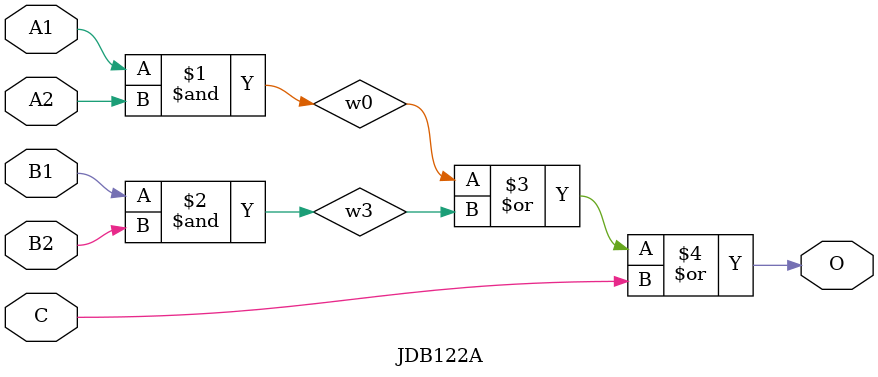
<source format=v>
module JDB122A(A1, A2, B1, B2, C, O);
input   A1;
input   A2;
input   B1;
input   B2;
input   C;
output  O;
and g0(w0, A1, A2);
and g1(w3, B1, B2);
or g2(O, w0, w3, C);
endmodule
</source>
